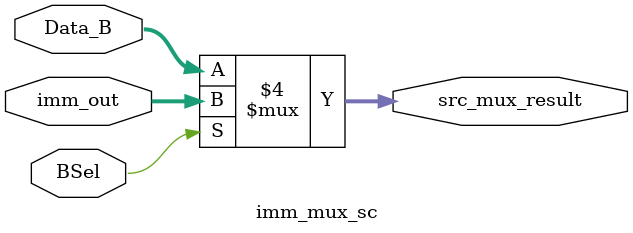
<source format=v>
`timescale 1ns / 1ps

module imm_mux_sc(
    imm_out,
    Data_B,
    BSel,
    src_mux_result
    );
    input [31:0] imm_out;
    input [31:0] Data_B;
    input BSel;
    output reg [31:0] src_mux_result;

always @(*) begin
    if(BSel == 1) begin
        src_mux_result = imm_out;
    end else begin
        src_mux_result = Data_B;
    end
end

endmodule

</source>
